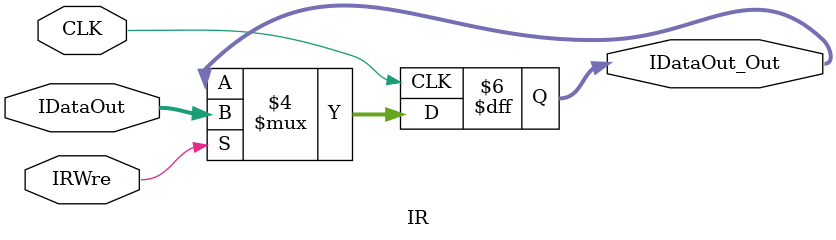
<source format=v>
`timescale 1ns / 1ps


module IR(
    input CLK,
    input IRWre,
    input [31:0] IDataOut,
    output reg [31:0] IDataOut_Out
    );
    
    always@(negedge CLK) begin
        if(IRWre == 1) IDataOut_Out = IDataOut;
    end
    
endmodule

</source>
